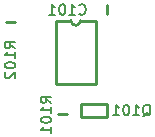
<source format=gbo>
G04 #@! TF.FileFunction,Legend,Bot*
%FSLAX46Y46*%
G04 Gerber Fmt 4.6, Leading zero omitted, Abs format (unit mm)*
G04 Created by KiCad (PCBNEW 4.0.7-e2-6376~58~ubuntu16.04.1) date Tue Apr  3 20:01:17 2018*
%MOMM*%
%LPD*%
G01*
G04 APERTURE LIST*
%ADD10C,0.203200*%
%ADD11C,0.254000*%
%ADD12C,0.150000*%
G04 APERTURE END LIST*
D10*
D11*
X154432000Y-68072000D02*
X154432000Y-68834000D01*
X154450000Y-76415200D02*
X154450000Y-77515200D01*
X154450000Y-77515200D02*
X152250000Y-77515200D01*
X152250000Y-77515200D02*
X152250000Y-76415200D01*
X152250000Y-76415200D02*
X154400000Y-76415200D01*
D12*
X154400000Y-76415200D02*
X154450000Y-76415200D01*
D11*
X151079200Y-77241400D02*
X150317200Y-77241400D01*
X145923000Y-69469000D02*
X146685000Y-69469000D01*
X152213000Y-69360000D02*
X153513000Y-69360000D01*
X150113000Y-69360000D02*
X151413000Y-69360000D01*
X152213000Y-69360000D02*
G75*
G02X151413000Y-69360000I-400000J0D01*
G01*
X150113000Y-74710000D02*
X150113000Y-69360000D01*
X153513000Y-74710000D02*
X150113000Y-74710000D01*
X153513000Y-69360000D02*
X153513000Y-74710000D01*
D10*
X152124833Y-68770500D02*
X152167167Y-68812833D01*
X152294167Y-68855167D01*
X152378833Y-68855167D01*
X152505833Y-68812833D01*
X152590500Y-68728167D01*
X152632833Y-68643500D01*
X152675167Y-68474167D01*
X152675167Y-68347167D01*
X152632833Y-68177833D01*
X152590500Y-68093167D01*
X152505833Y-68008500D01*
X152378833Y-67966167D01*
X152294167Y-67966167D01*
X152167167Y-68008500D01*
X152124833Y-68050833D01*
X151278167Y-68855167D02*
X151786167Y-68855167D01*
X151532167Y-68855167D02*
X151532167Y-67966167D01*
X151616833Y-68093167D01*
X151701500Y-68177833D01*
X151786167Y-68220167D01*
X150727833Y-67966167D02*
X150643166Y-67966167D01*
X150558500Y-68008500D01*
X150516166Y-68050833D01*
X150473833Y-68135500D01*
X150431500Y-68304833D01*
X150431500Y-68516500D01*
X150473833Y-68685833D01*
X150516166Y-68770500D01*
X150558500Y-68812833D01*
X150643166Y-68855167D01*
X150727833Y-68855167D01*
X150812500Y-68812833D01*
X150854833Y-68770500D01*
X150897166Y-68685833D01*
X150939500Y-68516500D01*
X150939500Y-68304833D01*
X150897166Y-68135500D01*
X150854833Y-68050833D01*
X150812500Y-68008500D01*
X150727833Y-67966167D01*
X149584833Y-68855167D02*
X150092833Y-68855167D01*
X149838833Y-68855167D02*
X149838833Y-67966167D01*
X149923499Y-68093167D01*
X150008166Y-68177833D01*
X150092833Y-68220167D01*
X157507134Y-77452033D02*
X157591800Y-77409700D01*
X157676467Y-77325033D01*
X157803467Y-77198033D01*
X157888134Y-77155700D01*
X157972800Y-77155700D01*
X157930467Y-77367367D02*
X158015134Y-77325033D01*
X158099800Y-77240367D01*
X158142134Y-77071033D01*
X158142134Y-76774700D01*
X158099800Y-76605367D01*
X158015134Y-76520700D01*
X157930467Y-76478367D01*
X157761134Y-76478367D01*
X157676467Y-76520700D01*
X157591800Y-76605367D01*
X157549467Y-76774700D01*
X157549467Y-77071033D01*
X157591800Y-77240367D01*
X157676467Y-77325033D01*
X157761134Y-77367367D01*
X157930467Y-77367367D01*
X156702801Y-77367367D02*
X157210801Y-77367367D01*
X156956801Y-77367367D02*
X156956801Y-76478367D01*
X157041467Y-76605367D01*
X157126134Y-76690033D01*
X157210801Y-76732367D01*
X156152467Y-76478367D02*
X156067800Y-76478367D01*
X155983134Y-76520700D01*
X155940800Y-76563033D01*
X155898467Y-76647700D01*
X155856134Y-76817033D01*
X155856134Y-77028700D01*
X155898467Y-77198033D01*
X155940800Y-77282700D01*
X155983134Y-77325033D01*
X156067800Y-77367367D01*
X156152467Y-77367367D01*
X156237134Y-77325033D01*
X156279467Y-77282700D01*
X156321800Y-77198033D01*
X156364134Y-77028700D01*
X156364134Y-76817033D01*
X156321800Y-76647700D01*
X156279467Y-76563033D01*
X156237134Y-76520700D01*
X156152467Y-76478367D01*
X155009467Y-77367367D02*
X155517467Y-77367367D01*
X155263467Y-77367367D02*
X155263467Y-76478367D01*
X155348133Y-76605367D01*
X155432800Y-76690033D01*
X155517467Y-76732367D01*
X149754167Y-76297367D02*
X149330833Y-76001033D01*
X149754167Y-75789367D02*
X148865167Y-75789367D01*
X148865167Y-76128033D01*
X148907500Y-76212700D01*
X148949833Y-76255033D01*
X149034500Y-76297367D01*
X149161500Y-76297367D01*
X149246167Y-76255033D01*
X149288500Y-76212700D01*
X149330833Y-76128033D01*
X149330833Y-75789367D01*
X149754167Y-77144033D02*
X149754167Y-76636033D01*
X149754167Y-76890033D02*
X148865167Y-76890033D01*
X148992167Y-76805367D01*
X149076833Y-76720700D01*
X149119167Y-76636033D01*
X148865167Y-77694367D02*
X148865167Y-77779034D01*
X148907500Y-77863700D01*
X148949833Y-77906034D01*
X149034500Y-77948367D01*
X149203833Y-77990700D01*
X149415500Y-77990700D01*
X149584833Y-77948367D01*
X149669500Y-77906034D01*
X149711833Y-77863700D01*
X149754167Y-77779034D01*
X149754167Y-77694367D01*
X149711833Y-77609700D01*
X149669500Y-77567367D01*
X149584833Y-77525034D01*
X149415500Y-77482700D01*
X149203833Y-77482700D01*
X149034500Y-77525034D01*
X148949833Y-77567367D01*
X148907500Y-77609700D01*
X148865167Y-77694367D01*
X149754167Y-78837367D02*
X149754167Y-78329367D01*
X149754167Y-78583367D02*
X148865167Y-78583367D01*
X148992167Y-78498701D01*
X149076833Y-78414034D01*
X149119167Y-78329367D01*
X146706167Y-71710167D02*
X146282833Y-71413833D01*
X146706167Y-71202167D02*
X145817167Y-71202167D01*
X145817167Y-71540833D01*
X145859500Y-71625500D01*
X145901833Y-71667833D01*
X145986500Y-71710167D01*
X146113500Y-71710167D01*
X146198167Y-71667833D01*
X146240500Y-71625500D01*
X146282833Y-71540833D01*
X146282833Y-71202167D01*
X146706167Y-72556833D02*
X146706167Y-72048833D01*
X146706167Y-72302833D02*
X145817167Y-72302833D01*
X145944167Y-72218167D01*
X146028833Y-72133500D01*
X146071167Y-72048833D01*
X145817167Y-73107167D02*
X145817167Y-73191834D01*
X145859500Y-73276500D01*
X145901833Y-73318834D01*
X145986500Y-73361167D01*
X146155833Y-73403500D01*
X146367500Y-73403500D01*
X146536833Y-73361167D01*
X146621500Y-73318834D01*
X146663833Y-73276500D01*
X146706167Y-73191834D01*
X146706167Y-73107167D01*
X146663833Y-73022500D01*
X146621500Y-72980167D01*
X146536833Y-72937834D01*
X146367500Y-72895500D01*
X146155833Y-72895500D01*
X145986500Y-72937834D01*
X145901833Y-72980167D01*
X145859500Y-73022500D01*
X145817167Y-73107167D01*
X145901833Y-73742167D02*
X145859500Y-73784501D01*
X145817167Y-73869167D01*
X145817167Y-74080834D01*
X145859500Y-74165501D01*
X145901833Y-74207834D01*
X145986500Y-74250167D01*
X146071167Y-74250167D01*
X146198167Y-74207834D01*
X146706167Y-73699834D01*
X146706167Y-74250167D01*
M02*

</source>
